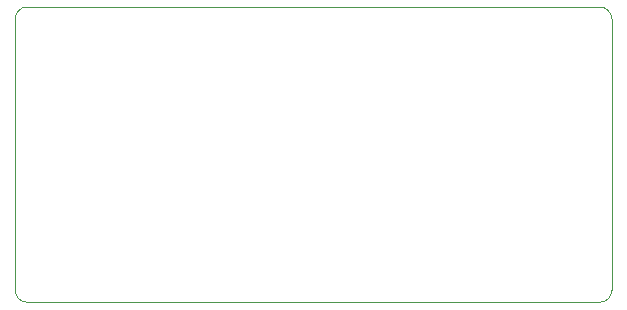
<source format=gbr>
%TF.GenerationSoftware,KiCad,Pcbnew,9.0.1*%
%TF.CreationDate,2025-07-07T08:11:32+05:30*%
%TF.ProjectId,BATTERY_CHARGING,42415454-4552-4595-9f43-48415247494e,rev?*%
%TF.SameCoordinates,Original*%
%TF.FileFunction,Profile,NP*%
%FSLAX46Y46*%
G04 Gerber Fmt 4.6, Leading zero omitted, Abs format (unit mm)*
G04 Created by KiCad (PCBNEW 9.0.1) date 2025-07-07 08:11:32*
%MOMM*%
%LPD*%
G01*
G04 APERTURE LIST*
%TA.AperFunction,Profile*%
%ADD10C,0.050000*%
%TD*%
G04 APERTURE END LIST*
D10*
X121500000Y-98500000D02*
X170000000Y-98500000D01*
X120500000Y-122500000D02*
X120500000Y-99500000D01*
X121500000Y-123500000D02*
G75*
G02*
X120500000Y-122500000I0J1000000D01*
G01*
X170000000Y-123500000D02*
X121500000Y-123500000D01*
X120500000Y-99500000D02*
G75*
G02*
X121500000Y-98500000I1000000J0D01*
G01*
X171000000Y-99500000D02*
X171000000Y-122500000D01*
X170000000Y-98500000D02*
G75*
G02*
X171000000Y-99500000I0J-1000000D01*
G01*
X171000000Y-122500000D02*
G75*
G02*
X170000000Y-123500000I-1000000J0D01*
G01*
M02*

</source>
